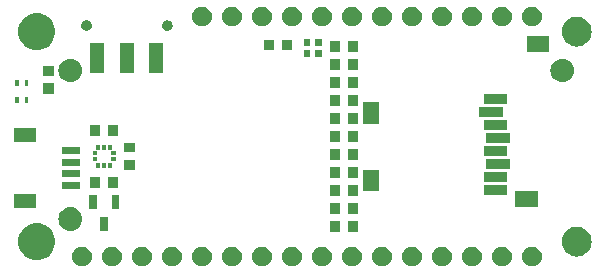
<source format=gbr>
%TF.GenerationSoftware,KiCad,Pcbnew,7.0.11*%
%TF.CreationDate,2024-03-26T20:33:29-04:00*%
%TF.ProjectId,weather-featherwing,77656174-6865-4722-9d66-656174686572,03*%
%TF.SameCoordinates,Original*%
%TF.FileFunction,Soldermask,Top*%
%TF.FilePolarity,Negative*%
%FSLAX46Y46*%
G04 Gerber Fmt 4.6, Leading zero omitted, Abs format (unit mm)*
G04 Created by KiCad (PCBNEW 7.0.11) date 2024-03-26 20:33:29*
%MOMM*%
%LPD*%
G01*
G04 APERTURE LIST*
G04 APERTURE END LIST*
G36*
X120912664Y-117301602D02*
G01*
X121075000Y-117373878D01*
X121218761Y-117478327D01*
X121337664Y-117610383D01*
X121426514Y-117764274D01*
X121481425Y-117933275D01*
X121500000Y-118110000D01*
X121481425Y-118286725D01*
X121426514Y-118455726D01*
X121337664Y-118609617D01*
X121218761Y-118741673D01*
X121075000Y-118846122D01*
X120912664Y-118918398D01*
X120738849Y-118955344D01*
X120561151Y-118955344D01*
X120387336Y-118918398D01*
X120225000Y-118846122D01*
X120081239Y-118741673D01*
X119962336Y-118609617D01*
X119873486Y-118455726D01*
X119818575Y-118286725D01*
X119800000Y-118110000D01*
X119818575Y-117933275D01*
X119873486Y-117764274D01*
X119962336Y-117610383D01*
X120081239Y-117478327D01*
X120225000Y-117373878D01*
X120387336Y-117301602D01*
X120561151Y-117264656D01*
X120738849Y-117264656D01*
X120912664Y-117301602D01*
G37*
G36*
X123452664Y-117301602D02*
G01*
X123615000Y-117373878D01*
X123758761Y-117478327D01*
X123877664Y-117610383D01*
X123966514Y-117764274D01*
X124021425Y-117933275D01*
X124040000Y-118110000D01*
X124021425Y-118286725D01*
X123966514Y-118455726D01*
X123877664Y-118609617D01*
X123758761Y-118741673D01*
X123615000Y-118846122D01*
X123452664Y-118918398D01*
X123278849Y-118955344D01*
X123101151Y-118955344D01*
X122927336Y-118918398D01*
X122765000Y-118846122D01*
X122621239Y-118741673D01*
X122502336Y-118609617D01*
X122413486Y-118455726D01*
X122358575Y-118286725D01*
X122340000Y-118110000D01*
X122358575Y-117933275D01*
X122413486Y-117764274D01*
X122502336Y-117610383D01*
X122621239Y-117478327D01*
X122765000Y-117373878D01*
X122927336Y-117301602D01*
X123101151Y-117264656D01*
X123278849Y-117264656D01*
X123452664Y-117301602D01*
G37*
G36*
X125992664Y-117301602D02*
G01*
X126155000Y-117373878D01*
X126298761Y-117478327D01*
X126417664Y-117610383D01*
X126506514Y-117764274D01*
X126561425Y-117933275D01*
X126580000Y-118110000D01*
X126561425Y-118286725D01*
X126506514Y-118455726D01*
X126417664Y-118609617D01*
X126298761Y-118741673D01*
X126155000Y-118846122D01*
X125992664Y-118918398D01*
X125818849Y-118955344D01*
X125641151Y-118955344D01*
X125467336Y-118918398D01*
X125305000Y-118846122D01*
X125161239Y-118741673D01*
X125042336Y-118609617D01*
X124953486Y-118455726D01*
X124898575Y-118286725D01*
X124880000Y-118110000D01*
X124898575Y-117933275D01*
X124953486Y-117764274D01*
X125042336Y-117610383D01*
X125161239Y-117478327D01*
X125305000Y-117373878D01*
X125467336Y-117301602D01*
X125641151Y-117264656D01*
X125818849Y-117264656D01*
X125992664Y-117301602D01*
G37*
G36*
X128532664Y-117301602D02*
G01*
X128695000Y-117373878D01*
X128838761Y-117478327D01*
X128957664Y-117610383D01*
X129046514Y-117764274D01*
X129101425Y-117933275D01*
X129120000Y-118110000D01*
X129101425Y-118286725D01*
X129046514Y-118455726D01*
X128957664Y-118609617D01*
X128838761Y-118741673D01*
X128695000Y-118846122D01*
X128532664Y-118918398D01*
X128358849Y-118955344D01*
X128181151Y-118955344D01*
X128007336Y-118918398D01*
X127845000Y-118846122D01*
X127701239Y-118741673D01*
X127582336Y-118609617D01*
X127493486Y-118455726D01*
X127438575Y-118286725D01*
X127420000Y-118110000D01*
X127438575Y-117933275D01*
X127493486Y-117764274D01*
X127582336Y-117610383D01*
X127701239Y-117478327D01*
X127845000Y-117373878D01*
X128007336Y-117301602D01*
X128181151Y-117264656D01*
X128358849Y-117264656D01*
X128532664Y-117301602D01*
G37*
G36*
X131072664Y-117301602D02*
G01*
X131235000Y-117373878D01*
X131378761Y-117478327D01*
X131497664Y-117610383D01*
X131586514Y-117764274D01*
X131641425Y-117933275D01*
X131660000Y-118110000D01*
X131641425Y-118286725D01*
X131586514Y-118455726D01*
X131497664Y-118609617D01*
X131378761Y-118741673D01*
X131235000Y-118846122D01*
X131072664Y-118918398D01*
X130898849Y-118955344D01*
X130721151Y-118955344D01*
X130547336Y-118918398D01*
X130385000Y-118846122D01*
X130241239Y-118741673D01*
X130122336Y-118609617D01*
X130033486Y-118455726D01*
X129978575Y-118286725D01*
X129960000Y-118110000D01*
X129978575Y-117933275D01*
X130033486Y-117764274D01*
X130122336Y-117610383D01*
X130241239Y-117478327D01*
X130385000Y-117373878D01*
X130547336Y-117301602D01*
X130721151Y-117264656D01*
X130898849Y-117264656D01*
X131072664Y-117301602D01*
G37*
G36*
X133612664Y-117301602D02*
G01*
X133775000Y-117373878D01*
X133918761Y-117478327D01*
X134037664Y-117610383D01*
X134126514Y-117764274D01*
X134181425Y-117933275D01*
X134200000Y-118110000D01*
X134181425Y-118286725D01*
X134126514Y-118455726D01*
X134037664Y-118609617D01*
X133918761Y-118741673D01*
X133775000Y-118846122D01*
X133612664Y-118918398D01*
X133438849Y-118955344D01*
X133261151Y-118955344D01*
X133087336Y-118918398D01*
X132925000Y-118846122D01*
X132781239Y-118741673D01*
X132662336Y-118609617D01*
X132573486Y-118455726D01*
X132518575Y-118286725D01*
X132500000Y-118110000D01*
X132518575Y-117933275D01*
X132573486Y-117764274D01*
X132662336Y-117610383D01*
X132781239Y-117478327D01*
X132925000Y-117373878D01*
X133087336Y-117301602D01*
X133261151Y-117264656D01*
X133438849Y-117264656D01*
X133612664Y-117301602D01*
G37*
G36*
X136152664Y-117301602D02*
G01*
X136315000Y-117373878D01*
X136458761Y-117478327D01*
X136577664Y-117610383D01*
X136666514Y-117764274D01*
X136721425Y-117933275D01*
X136740000Y-118110000D01*
X136721425Y-118286725D01*
X136666514Y-118455726D01*
X136577664Y-118609617D01*
X136458761Y-118741673D01*
X136315000Y-118846122D01*
X136152664Y-118918398D01*
X135978849Y-118955344D01*
X135801151Y-118955344D01*
X135627336Y-118918398D01*
X135465000Y-118846122D01*
X135321239Y-118741673D01*
X135202336Y-118609617D01*
X135113486Y-118455726D01*
X135058575Y-118286725D01*
X135040000Y-118110000D01*
X135058575Y-117933275D01*
X135113486Y-117764274D01*
X135202336Y-117610383D01*
X135321239Y-117478327D01*
X135465000Y-117373878D01*
X135627336Y-117301602D01*
X135801151Y-117264656D01*
X135978849Y-117264656D01*
X136152664Y-117301602D01*
G37*
G36*
X138692664Y-117301602D02*
G01*
X138855000Y-117373878D01*
X138998761Y-117478327D01*
X139117664Y-117610383D01*
X139206514Y-117764274D01*
X139261425Y-117933275D01*
X139280000Y-118110000D01*
X139261425Y-118286725D01*
X139206514Y-118455726D01*
X139117664Y-118609617D01*
X138998761Y-118741673D01*
X138855000Y-118846122D01*
X138692664Y-118918398D01*
X138518849Y-118955344D01*
X138341151Y-118955344D01*
X138167336Y-118918398D01*
X138005000Y-118846122D01*
X137861239Y-118741673D01*
X137742336Y-118609617D01*
X137653486Y-118455726D01*
X137598575Y-118286725D01*
X137580000Y-118110000D01*
X137598575Y-117933275D01*
X137653486Y-117764274D01*
X137742336Y-117610383D01*
X137861239Y-117478327D01*
X138005000Y-117373878D01*
X138167336Y-117301602D01*
X138341151Y-117264656D01*
X138518849Y-117264656D01*
X138692664Y-117301602D01*
G37*
G36*
X141232664Y-117301602D02*
G01*
X141395000Y-117373878D01*
X141538761Y-117478327D01*
X141657664Y-117610383D01*
X141746514Y-117764274D01*
X141801425Y-117933275D01*
X141820000Y-118110000D01*
X141801425Y-118286725D01*
X141746514Y-118455726D01*
X141657664Y-118609617D01*
X141538761Y-118741673D01*
X141395000Y-118846122D01*
X141232664Y-118918398D01*
X141058849Y-118955344D01*
X140881151Y-118955344D01*
X140707336Y-118918398D01*
X140545000Y-118846122D01*
X140401239Y-118741673D01*
X140282336Y-118609617D01*
X140193486Y-118455726D01*
X140138575Y-118286725D01*
X140120000Y-118110000D01*
X140138575Y-117933275D01*
X140193486Y-117764274D01*
X140282336Y-117610383D01*
X140401239Y-117478327D01*
X140545000Y-117373878D01*
X140707336Y-117301602D01*
X140881151Y-117264656D01*
X141058849Y-117264656D01*
X141232664Y-117301602D01*
G37*
G36*
X143772664Y-117301602D02*
G01*
X143935000Y-117373878D01*
X144078761Y-117478327D01*
X144197664Y-117610383D01*
X144286514Y-117764274D01*
X144341425Y-117933275D01*
X144360000Y-118110000D01*
X144341425Y-118286725D01*
X144286514Y-118455726D01*
X144197664Y-118609617D01*
X144078761Y-118741673D01*
X143935000Y-118846122D01*
X143772664Y-118918398D01*
X143598849Y-118955344D01*
X143421151Y-118955344D01*
X143247336Y-118918398D01*
X143085000Y-118846122D01*
X142941239Y-118741673D01*
X142822336Y-118609617D01*
X142733486Y-118455726D01*
X142678575Y-118286725D01*
X142660000Y-118110000D01*
X142678575Y-117933275D01*
X142733486Y-117764274D01*
X142822336Y-117610383D01*
X142941239Y-117478327D01*
X143085000Y-117373878D01*
X143247336Y-117301602D01*
X143421151Y-117264656D01*
X143598849Y-117264656D01*
X143772664Y-117301602D01*
G37*
G36*
X146312664Y-117301602D02*
G01*
X146475000Y-117373878D01*
X146618761Y-117478327D01*
X146737664Y-117610383D01*
X146826514Y-117764274D01*
X146881425Y-117933275D01*
X146900000Y-118110000D01*
X146881425Y-118286725D01*
X146826514Y-118455726D01*
X146737664Y-118609617D01*
X146618761Y-118741673D01*
X146475000Y-118846122D01*
X146312664Y-118918398D01*
X146138849Y-118955344D01*
X145961151Y-118955344D01*
X145787336Y-118918398D01*
X145625000Y-118846122D01*
X145481239Y-118741673D01*
X145362336Y-118609617D01*
X145273486Y-118455726D01*
X145218575Y-118286725D01*
X145200000Y-118110000D01*
X145218575Y-117933275D01*
X145273486Y-117764274D01*
X145362336Y-117610383D01*
X145481239Y-117478327D01*
X145625000Y-117373878D01*
X145787336Y-117301602D01*
X145961151Y-117264656D01*
X146138849Y-117264656D01*
X146312664Y-117301602D01*
G37*
G36*
X148852664Y-117301602D02*
G01*
X149015000Y-117373878D01*
X149158761Y-117478327D01*
X149277664Y-117610383D01*
X149366514Y-117764274D01*
X149421425Y-117933275D01*
X149440000Y-118110000D01*
X149421425Y-118286725D01*
X149366514Y-118455726D01*
X149277664Y-118609617D01*
X149158761Y-118741673D01*
X149015000Y-118846122D01*
X148852664Y-118918398D01*
X148678849Y-118955344D01*
X148501151Y-118955344D01*
X148327336Y-118918398D01*
X148165000Y-118846122D01*
X148021239Y-118741673D01*
X147902336Y-118609617D01*
X147813486Y-118455726D01*
X147758575Y-118286725D01*
X147740000Y-118110000D01*
X147758575Y-117933275D01*
X147813486Y-117764274D01*
X147902336Y-117610383D01*
X148021239Y-117478327D01*
X148165000Y-117373878D01*
X148327336Y-117301602D01*
X148501151Y-117264656D01*
X148678849Y-117264656D01*
X148852664Y-117301602D01*
G37*
G36*
X151392664Y-117301602D02*
G01*
X151555000Y-117373878D01*
X151698761Y-117478327D01*
X151817664Y-117610383D01*
X151906514Y-117764274D01*
X151961425Y-117933275D01*
X151980000Y-118110000D01*
X151961425Y-118286725D01*
X151906514Y-118455726D01*
X151817664Y-118609617D01*
X151698761Y-118741673D01*
X151555000Y-118846122D01*
X151392664Y-118918398D01*
X151218849Y-118955344D01*
X151041151Y-118955344D01*
X150867336Y-118918398D01*
X150705000Y-118846122D01*
X150561239Y-118741673D01*
X150442336Y-118609617D01*
X150353486Y-118455726D01*
X150298575Y-118286725D01*
X150280000Y-118110000D01*
X150298575Y-117933275D01*
X150353486Y-117764274D01*
X150442336Y-117610383D01*
X150561239Y-117478327D01*
X150705000Y-117373878D01*
X150867336Y-117301602D01*
X151041151Y-117264656D01*
X151218849Y-117264656D01*
X151392664Y-117301602D01*
G37*
G36*
X153932664Y-117301602D02*
G01*
X154095000Y-117373878D01*
X154238761Y-117478327D01*
X154357664Y-117610383D01*
X154446514Y-117764274D01*
X154501425Y-117933275D01*
X154520000Y-118110000D01*
X154501425Y-118286725D01*
X154446514Y-118455726D01*
X154357664Y-118609617D01*
X154238761Y-118741673D01*
X154095000Y-118846122D01*
X153932664Y-118918398D01*
X153758849Y-118955344D01*
X153581151Y-118955344D01*
X153407336Y-118918398D01*
X153245000Y-118846122D01*
X153101239Y-118741673D01*
X152982336Y-118609617D01*
X152893486Y-118455726D01*
X152838575Y-118286725D01*
X152820000Y-118110000D01*
X152838575Y-117933275D01*
X152893486Y-117764274D01*
X152982336Y-117610383D01*
X153101239Y-117478327D01*
X153245000Y-117373878D01*
X153407336Y-117301602D01*
X153581151Y-117264656D01*
X153758849Y-117264656D01*
X153932664Y-117301602D01*
G37*
G36*
X156472664Y-117301602D02*
G01*
X156635000Y-117373878D01*
X156778761Y-117478327D01*
X156897664Y-117610383D01*
X156986514Y-117764274D01*
X157041425Y-117933275D01*
X157060000Y-118110000D01*
X157041425Y-118286725D01*
X156986514Y-118455726D01*
X156897664Y-118609617D01*
X156778761Y-118741673D01*
X156635000Y-118846122D01*
X156472664Y-118918398D01*
X156298849Y-118955344D01*
X156121151Y-118955344D01*
X155947336Y-118918398D01*
X155785000Y-118846122D01*
X155641239Y-118741673D01*
X155522336Y-118609617D01*
X155433486Y-118455726D01*
X155378575Y-118286725D01*
X155360000Y-118110000D01*
X155378575Y-117933275D01*
X155433486Y-117764274D01*
X155522336Y-117610383D01*
X155641239Y-117478327D01*
X155785000Y-117373878D01*
X155947336Y-117301602D01*
X156121151Y-117264656D01*
X156298849Y-117264656D01*
X156472664Y-117301602D01*
G37*
G36*
X159012664Y-117301602D02*
G01*
X159175000Y-117373878D01*
X159318761Y-117478327D01*
X159437664Y-117610383D01*
X159526514Y-117764274D01*
X159581425Y-117933275D01*
X159600000Y-118110000D01*
X159581425Y-118286725D01*
X159526514Y-118455726D01*
X159437664Y-118609617D01*
X159318761Y-118741673D01*
X159175000Y-118846122D01*
X159012664Y-118918398D01*
X158838849Y-118955344D01*
X158661151Y-118955344D01*
X158487336Y-118918398D01*
X158325000Y-118846122D01*
X158181239Y-118741673D01*
X158062336Y-118609617D01*
X157973486Y-118455726D01*
X157918575Y-118286725D01*
X157900000Y-118110000D01*
X157918575Y-117933275D01*
X157973486Y-117764274D01*
X158062336Y-117610383D01*
X158181239Y-117478327D01*
X158325000Y-117373878D01*
X158487336Y-117301602D01*
X158661151Y-117264656D01*
X158838849Y-117264656D01*
X159012664Y-117301602D01*
G37*
G36*
X117085602Y-115289329D02*
G01*
X117325157Y-115346841D01*
X117552765Y-115441120D01*
X117762823Y-115569843D01*
X117950158Y-115729842D01*
X118110157Y-115917177D01*
X118238880Y-116127235D01*
X118333159Y-116354843D01*
X118390671Y-116594398D01*
X118410000Y-116840000D01*
X118390671Y-117085602D01*
X118333159Y-117325157D01*
X118238880Y-117552765D01*
X118110157Y-117762823D01*
X117950158Y-117950158D01*
X117762823Y-118110157D01*
X117552765Y-118238880D01*
X117325157Y-118333159D01*
X117085602Y-118390671D01*
X116840000Y-118410000D01*
X116594398Y-118390671D01*
X116354843Y-118333159D01*
X116127235Y-118238880D01*
X115917177Y-118110157D01*
X115729842Y-117950158D01*
X115569843Y-117762823D01*
X115441120Y-117552765D01*
X115346841Y-117325157D01*
X115289329Y-117085602D01*
X115270000Y-116840000D01*
X115289329Y-116594398D01*
X115346841Y-116354843D01*
X115441120Y-116127235D01*
X115569843Y-115917177D01*
X115729842Y-115729842D01*
X115917177Y-115569843D01*
X116127235Y-115441120D01*
X116354843Y-115346841D01*
X116594398Y-115289329D01*
X116840000Y-115270000D01*
X117085602Y-115289329D01*
G37*
G36*
X162780533Y-115589294D02*
G01*
X162994366Y-115646590D01*
X163195000Y-115740148D01*
X163376340Y-115867124D01*
X163532876Y-116023660D01*
X163659852Y-116205000D01*
X163753410Y-116405634D01*
X163810706Y-116619467D01*
X163830000Y-116840000D01*
X163810706Y-117060533D01*
X163753410Y-117274366D01*
X163659852Y-117475000D01*
X163532876Y-117656340D01*
X163376340Y-117812876D01*
X163195000Y-117939852D01*
X162994366Y-118033410D01*
X162780533Y-118090706D01*
X162560000Y-118110000D01*
X162339467Y-118090706D01*
X162125634Y-118033410D01*
X161925000Y-117939852D01*
X161743660Y-117812876D01*
X161587124Y-117656340D01*
X161460148Y-117475000D01*
X161366590Y-117274366D01*
X161309294Y-117060533D01*
X161290000Y-116840000D01*
X161309294Y-116619467D01*
X161366590Y-116405634D01*
X161460148Y-116205000D01*
X161587124Y-116023660D01*
X161743660Y-115867124D01*
X161925000Y-115740148D01*
X162125634Y-115646590D01*
X162339467Y-115589294D01*
X162560000Y-115570000D01*
X162780533Y-115589294D01*
G37*
G36*
X142560500Y-116055000D02*
G01*
X141689500Y-116055000D01*
X141689500Y-115085000D01*
X142560500Y-115085000D01*
X142560500Y-116055000D01*
G37*
G36*
X144060500Y-116055000D02*
G01*
X143189500Y-116055000D01*
X143189500Y-115085000D01*
X144060500Y-115085000D01*
X144060500Y-116055000D01*
G37*
G36*
X122877500Y-115952500D02*
G01*
X122232500Y-115952500D01*
X122232500Y-114779500D01*
X122877500Y-114779500D01*
X122877500Y-115952500D01*
G37*
G36*
X119879890Y-113954215D02*
G01*
X120067483Y-114011120D01*
X120240370Y-114103530D01*
X120391907Y-114227893D01*
X120516270Y-114379430D01*
X120608680Y-114552317D01*
X120665585Y-114739910D01*
X120684800Y-114935000D01*
X120665585Y-115130090D01*
X120608680Y-115317683D01*
X120516270Y-115490570D01*
X120391907Y-115642107D01*
X120240370Y-115766470D01*
X120067483Y-115858880D01*
X119879890Y-115915785D01*
X119684800Y-115935000D01*
X119489710Y-115915785D01*
X119302117Y-115858880D01*
X119129230Y-115766470D01*
X118977693Y-115642107D01*
X118853330Y-115490570D01*
X118760920Y-115317683D01*
X118704015Y-115130090D01*
X118684800Y-114935000D01*
X118704015Y-114739910D01*
X118760920Y-114552317D01*
X118853330Y-114379430D01*
X118977693Y-114227893D01*
X119129230Y-114103530D01*
X119302117Y-114011120D01*
X119489710Y-113954215D01*
X119684800Y-113935000D01*
X119879890Y-113954215D01*
G37*
G36*
X142560500Y-114531000D02*
G01*
X141689500Y-114531000D01*
X141689500Y-113561000D01*
X142560500Y-113561000D01*
X142560500Y-114531000D01*
G37*
G36*
X144060500Y-114531000D02*
G01*
X143189500Y-114531000D01*
X143189500Y-113561000D01*
X144060500Y-113561000D01*
X144060500Y-114531000D01*
G37*
G36*
X121927500Y-114074500D02*
G01*
X121282500Y-114074500D01*
X121282500Y-112901500D01*
X121927500Y-112901500D01*
X121927500Y-114074500D01*
G37*
G36*
X123827500Y-114074500D02*
G01*
X123182500Y-114074500D01*
X123182500Y-112901500D01*
X123827500Y-112901500D01*
X123827500Y-114074500D01*
G37*
G36*
X116755400Y-114015600D02*
G01*
X114955400Y-114015600D01*
X114955400Y-112815600D01*
X116755400Y-112815600D01*
X116755400Y-114015600D01*
G37*
G36*
X159250000Y-113955000D02*
G01*
X157350000Y-113955000D01*
X157350000Y-112555000D01*
X159250000Y-112555000D01*
X159250000Y-113955000D01*
G37*
G36*
X142530000Y-112986500D02*
G01*
X141710000Y-112986500D01*
X141710000Y-112057500D01*
X142530000Y-112057500D01*
X142530000Y-112986500D01*
G37*
G36*
X144040000Y-112986500D02*
G01*
X143220000Y-112986500D01*
X143220000Y-112057500D01*
X144040000Y-112057500D01*
X144040000Y-112986500D01*
G37*
G36*
X156700000Y-112865000D02*
G01*
X154700000Y-112865000D01*
X154700000Y-112065000D01*
X156700000Y-112065000D01*
X156700000Y-112865000D01*
G37*
G36*
X145850000Y-112555000D02*
G01*
X144450000Y-112555000D01*
X144450000Y-110755000D01*
X145850000Y-110755000D01*
X145850000Y-112555000D01*
G37*
G36*
X120505400Y-112415600D02*
G01*
X118955400Y-112415600D01*
X118955400Y-111815600D01*
X120505400Y-111815600D01*
X120505400Y-112415600D01*
G37*
G36*
X122210000Y-112326100D02*
G01*
X121390000Y-112326100D01*
X121390000Y-111397100D01*
X122210000Y-111397100D01*
X122210000Y-112326100D01*
G37*
G36*
X123720000Y-112326100D02*
G01*
X122900000Y-112326100D01*
X122900000Y-111397100D01*
X123720000Y-111397100D01*
X123720000Y-112326100D01*
G37*
G36*
X156700000Y-111765000D02*
G01*
X154700000Y-111765000D01*
X154700000Y-110965000D01*
X156700000Y-110965000D01*
X156700000Y-111765000D01*
G37*
G36*
X142530000Y-111462500D02*
G01*
X141710000Y-111462500D01*
X141710000Y-110533500D01*
X142530000Y-110533500D01*
X142530000Y-111462500D01*
G37*
G36*
X144040000Y-111462500D02*
G01*
X143220000Y-111462500D01*
X143220000Y-110533500D01*
X144040000Y-110533500D01*
X144040000Y-111462500D01*
G37*
G36*
X120505400Y-111415600D02*
G01*
X118955400Y-111415600D01*
X118955400Y-110815600D01*
X120505400Y-110815600D01*
X120505400Y-111415600D01*
G37*
G36*
X125178500Y-110791400D02*
G01*
X124249500Y-110791400D01*
X124249500Y-109971400D01*
X125178500Y-109971400D01*
X125178500Y-110791400D01*
G37*
G36*
X156900000Y-110665000D02*
G01*
X154900000Y-110665000D01*
X154900000Y-109865000D01*
X156900000Y-109865000D01*
X156900000Y-110665000D01*
G37*
G36*
X122230000Y-110590900D02*
G01*
X121880000Y-110590900D01*
X121880000Y-110193900D01*
X122230000Y-110193900D01*
X122230000Y-110590900D01*
G37*
G36*
X122730000Y-110590900D02*
G01*
X122380000Y-110590900D01*
X122380000Y-110193900D01*
X122730000Y-110193900D01*
X122730000Y-110590900D01*
G37*
G36*
X123230000Y-110590900D02*
G01*
X122880000Y-110590900D01*
X122880000Y-110193900D01*
X123230000Y-110193900D01*
X123230000Y-110590900D01*
G37*
G36*
X120505400Y-110415600D02*
G01*
X118955400Y-110415600D01*
X118955400Y-109815600D01*
X120505400Y-109815600D01*
X120505400Y-110415600D01*
G37*
G36*
X121987500Y-110051400D02*
G01*
X121590500Y-110051400D01*
X121590500Y-109701400D01*
X121987500Y-109701400D01*
X121987500Y-110051400D01*
G37*
G36*
X123519500Y-110051400D02*
G01*
X123122500Y-110051400D01*
X123122500Y-109701400D01*
X123519500Y-109701400D01*
X123519500Y-110051400D01*
G37*
G36*
X142530000Y-109938500D02*
G01*
X141710000Y-109938500D01*
X141710000Y-109009500D01*
X142530000Y-109009500D01*
X142530000Y-109938500D01*
G37*
G36*
X144040000Y-109938500D02*
G01*
X143220000Y-109938500D01*
X143220000Y-109009500D01*
X144040000Y-109009500D01*
X144040000Y-109938500D01*
G37*
G36*
X156700000Y-109565000D02*
G01*
X154700000Y-109565000D01*
X154700000Y-108765000D01*
X156700000Y-108765000D01*
X156700000Y-109565000D01*
G37*
G36*
X121987500Y-109551400D02*
G01*
X121590500Y-109551400D01*
X121590500Y-109201400D01*
X121987500Y-109201400D01*
X121987500Y-109551400D01*
G37*
G36*
X123519500Y-109551400D02*
G01*
X123122500Y-109551400D01*
X123122500Y-109201400D01*
X123519500Y-109201400D01*
X123519500Y-109551400D01*
G37*
G36*
X120505400Y-109415600D02*
G01*
X118955400Y-109415600D01*
X118955400Y-108815600D01*
X120505400Y-108815600D01*
X120505400Y-109415600D01*
G37*
G36*
X125178500Y-109281400D02*
G01*
X124249500Y-109281400D01*
X124249500Y-108461400D01*
X125178500Y-108461400D01*
X125178500Y-109281400D01*
G37*
G36*
X122230000Y-109058900D02*
G01*
X121880000Y-109058900D01*
X121880000Y-108661900D01*
X122230000Y-108661900D01*
X122230000Y-109058900D01*
G37*
G36*
X122730000Y-109058900D02*
G01*
X122380000Y-109058900D01*
X122380000Y-108661900D01*
X122730000Y-108661900D01*
X122730000Y-109058900D01*
G37*
G36*
X123230000Y-109058900D02*
G01*
X122880000Y-109058900D01*
X122880000Y-108661900D01*
X123230000Y-108661900D01*
X123230000Y-109058900D01*
G37*
G36*
X156900000Y-108465000D02*
G01*
X154900000Y-108465000D01*
X154900000Y-107665000D01*
X156900000Y-107665000D01*
X156900000Y-108465000D01*
G37*
G36*
X116755400Y-108415600D02*
G01*
X114955400Y-108415600D01*
X114955400Y-107215600D01*
X116755400Y-107215600D01*
X116755400Y-108415600D01*
G37*
G36*
X142530000Y-108414500D02*
G01*
X141710000Y-108414500D01*
X141710000Y-107485500D01*
X142530000Y-107485500D01*
X142530000Y-108414500D01*
G37*
G36*
X144040000Y-108414500D02*
G01*
X143220000Y-108414500D01*
X143220000Y-107485500D01*
X144040000Y-107485500D01*
X144040000Y-108414500D01*
G37*
G36*
X122240500Y-107927000D02*
G01*
X121369500Y-107927000D01*
X121369500Y-106957000D01*
X122240500Y-106957000D01*
X122240500Y-107927000D01*
G37*
G36*
X123740500Y-107927000D02*
G01*
X122869500Y-107927000D01*
X122869500Y-106957000D01*
X123740500Y-106957000D01*
X123740500Y-107927000D01*
G37*
G36*
X156700000Y-107365000D02*
G01*
X154700000Y-107365000D01*
X154700000Y-106565000D01*
X156700000Y-106565000D01*
X156700000Y-107365000D01*
G37*
G36*
X142530000Y-106890500D02*
G01*
X141710000Y-106890500D01*
X141710000Y-105961500D01*
X142530000Y-105961500D01*
X142530000Y-106890500D01*
G37*
G36*
X144040000Y-106890500D02*
G01*
X143220000Y-106890500D01*
X143220000Y-105961500D01*
X144040000Y-105961500D01*
X144040000Y-106890500D01*
G37*
G36*
X145850000Y-106855000D02*
G01*
X144450000Y-106855000D01*
X144450000Y-105055000D01*
X145850000Y-105055000D01*
X145850000Y-106855000D01*
G37*
G36*
X156300000Y-106265000D02*
G01*
X154300000Y-106265000D01*
X154300000Y-105465000D01*
X156300000Y-105465000D01*
X156300000Y-106265000D01*
G37*
G36*
X142530000Y-105366500D02*
G01*
X141710000Y-105366500D01*
X141710000Y-104437500D01*
X142530000Y-104437500D01*
X142530000Y-105366500D01*
G37*
G36*
X144040000Y-105366500D02*
G01*
X143220000Y-105366500D01*
X143220000Y-104437500D01*
X144040000Y-104437500D01*
X144040000Y-105366500D01*
G37*
G36*
X156700000Y-105165000D02*
G01*
X154700000Y-105165000D01*
X154700000Y-104365000D01*
X156700000Y-104365000D01*
X156700000Y-105165000D01*
G37*
G36*
X115320000Y-105090000D02*
G01*
X115020000Y-105090000D01*
X115020000Y-104590000D01*
X115320000Y-104590000D01*
X115320000Y-105090000D01*
G37*
G36*
X116120000Y-105090000D02*
G01*
X115820000Y-105090000D01*
X115820000Y-104590000D01*
X116120000Y-104590000D01*
X116120000Y-105090000D01*
G37*
G36*
X118341000Y-104309500D02*
G01*
X117371000Y-104309500D01*
X117371000Y-103438500D01*
X118341000Y-103438500D01*
X118341000Y-104309500D01*
G37*
G36*
X142530000Y-103842500D02*
G01*
X141710000Y-103842500D01*
X141710000Y-102913500D01*
X142530000Y-102913500D01*
X142530000Y-103842500D01*
G37*
G36*
X144040000Y-103842500D02*
G01*
X143220000Y-103842500D01*
X143220000Y-102913500D01*
X144040000Y-102913500D01*
X144040000Y-103842500D01*
G37*
G36*
X115320000Y-103690000D02*
G01*
X115020000Y-103690000D01*
X115020000Y-103190000D01*
X115320000Y-103190000D01*
X115320000Y-103690000D01*
G37*
G36*
X116120000Y-103690000D02*
G01*
X115820000Y-103690000D01*
X115820000Y-103190000D01*
X116120000Y-103190000D01*
X116120000Y-103690000D01*
G37*
G36*
X119879890Y-101381215D02*
G01*
X120067483Y-101438120D01*
X120240370Y-101530530D01*
X120391907Y-101654893D01*
X120516270Y-101806430D01*
X120608680Y-101979317D01*
X120665585Y-102166910D01*
X120684800Y-102362000D01*
X120665585Y-102557090D01*
X120608680Y-102744683D01*
X120516270Y-102917570D01*
X120391907Y-103069107D01*
X120240370Y-103193470D01*
X120067483Y-103285880D01*
X119879890Y-103342785D01*
X119684800Y-103362000D01*
X119489710Y-103342785D01*
X119302117Y-103285880D01*
X119129230Y-103193470D01*
X118977693Y-103069107D01*
X118853330Y-102917570D01*
X118760920Y-102744683D01*
X118704015Y-102557090D01*
X118684800Y-102362000D01*
X118704015Y-102166910D01*
X118760920Y-101979317D01*
X118853330Y-101806430D01*
X118977693Y-101654893D01*
X119129230Y-101530530D01*
X119302117Y-101438120D01*
X119489710Y-101381215D01*
X119684800Y-101362000D01*
X119879890Y-101381215D01*
G37*
G36*
X161535890Y-101381215D02*
G01*
X161723483Y-101438120D01*
X161896370Y-101530530D01*
X162047907Y-101654893D01*
X162172270Y-101806430D01*
X162264680Y-101979317D01*
X162321585Y-102166910D01*
X162340800Y-102362000D01*
X162321585Y-102557090D01*
X162264680Y-102744683D01*
X162172270Y-102917570D01*
X162047907Y-103069107D01*
X161896370Y-103193470D01*
X161723483Y-103285880D01*
X161535890Y-103342785D01*
X161340800Y-103362000D01*
X161145710Y-103342785D01*
X160958117Y-103285880D01*
X160785230Y-103193470D01*
X160633693Y-103069107D01*
X160509330Y-102917570D01*
X160416920Y-102744683D01*
X160360015Y-102557090D01*
X160340800Y-102362000D01*
X160360015Y-102166910D01*
X160416920Y-101979317D01*
X160509330Y-101806430D01*
X160633693Y-101654893D01*
X160785230Y-101530530D01*
X160958117Y-101438120D01*
X161145710Y-101381215D01*
X161340800Y-101362000D01*
X161535890Y-101381215D01*
G37*
G36*
X118341000Y-102809500D02*
G01*
X117371000Y-102809500D01*
X117371000Y-101938500D01*
X118341000Y-101938500D01*
X118341000Y-102809500D01*
G37*
G36*
X122560000Y-102552000D02*
G01*
X121360000Y-102552000D01*
X121360000Y-100052000D01*
X122560000Y-100052000D01*
X122560000Y-102552000D01*
G37*
G36*
X125060000Y-102552000D02*
G01*
X123860000Y-102552000D01*
X123860000Y-100052000D01*
X125060000Y-100052000D01*
X125060000Y-102552000D01*
G37*
G36*
X127560000Y-102552000D02*
G01*
X126360000Y-102552000D01*
X126360000Y-100052000D01*
X127560000Y-100052000D01*
X127560000Y-102552000D01*
G37*
G36*
X142530000Y-102318500D02*
G01*
X141710000Y-102318500D01*
X141710000Y-101389500D01*
X142530000Y-101389500D01*
X142530000Y-102318500D01*
G37*
G36*
X144040000Y-102318500D02*
G01*
X143220000Y-102318500D01*
X143220000Y-101389500D01*
X144040000Y-101389500D01*
X144040000Y-102318500D01*
G37*
G36*
X140008000Y-101207000D02*
G01*
X139458000Y-101207000D01*
X139458000Y-100657000D01*
X140008000Y-100657000D01*
X140008000Y-101207000D01*
G37*
G36*
X140958000Y-101207000D02*
G01*
X140408000Y-101207000D01*
X140408000Y-100657000D01*
X140958000Y-100657000D01*
X140958000Y-101207000D01*
G37*
G36*
X160250000Y-100805000D02*
G01*
X158350000Y-100805000D01*
X158350000Y-99405000D01*
X160250000Y-99405000D01*
X160250000Y-100805000D01*
G37*
G36*
X142530000Y-100794500D02*
G01*
X141710000Y-100794500D01*
X141710000Y-99865500D01*
X142530000Y-99865500D01*
X142530000Y-100794500D01*
G37*
G36*
X144040000Y-100794500D02*
G01*
X143220000Y-100794500D01*
X143220000Y-99865500D01*
X144040000Y-99865500D01*
X144040000Y-100794500D01*
G37*
G36*
X136942000Y-100667500D02*
G01*
X136122000Y-100667500D01*
X136122000Y-99738500D01*
X136942000Y-99738500D01*
X136942000Y-100667500D01*
G37*
G36*
X138452000Y-100667500D02*
G01*
X137632000Y-100667500D01*
X137632000Y-99738500D01*
X138452000Y-99738500D01*
X138452000Y-100667500D01*
G37*
G36*
X117085602Y-97509329D02*
G01*
X117325157Y-97566841D01*
X117552765Y-97661120D01*
X117762823Y-97789843D01*
X117950158Y-97949842D01*
X118110157Y-98137177D01*
X118238880Y-98347235D01*
X118333159Y-98574843D01*
X118390671Y-98814398D01*
X118410000Y-99060000D01*
X118390671Y-99305602D01*
X118333159Y-99545157D01*
X118238880Y-99772765D01*
X118110157Y-99982823D01*
X117950158Y-100170158D01*
X117762823Y-100330157D01*
X117552765Y-100458880D01*
X117325157Y-100553159D01*
X117085602Y-100610671D01*
X116840000Y-100630000D01*
X116594398Y-100610671D01*
X116354843Y-100553159D01*
X116127235Y-100458880D01*
X115917177Y-100330157D01*
X115729842Y-100170158D01*
X115569843Y-99982823D01*
X115441120Y-99772765D01*
X115346841Y-99545157D01*
X115289329Y-99305602D01*
X115270000Y-99060000D01*
X115289329Y-98814398D01*
X115346841Y-98574843D01*
X115441120Y-98347235D01*
X115569843Y-98137177D01*
X115729842Y-97949842D01*
X115917177Y-97789843D01*
X116127235Y-97661120D01*
X116354843Y-97566841D01*
X116594398Y-97509329D01*
X116840000Y-97490000D01*
X117085602Y-97509329D01*
G37*
G36*
X162780533Y-97809294D02*
G01*
X162994366Y-97866590D01*
X163195000Y-97960148D01*
X163376340Y-98087124D01*
X163532876Y-98243660D01*
X163659852Y-98425000D01*
X163753410Y-98625634D01*
X163810706Y-98839467D01*
X163830000Y-99060000D01*
X163810706Y-99280533D01*
X163753410Y-99494366D01*
X163659852Y-99695000D01*
X163532876Y-99876340D01*
X163376340Y-100032876D01*
X163195000Y-100159852D01*
X162994366Y-100253410D01*
X162780533Y-100310706D01*
X162560000Y-100330000D01*
X162339467Y-100310706D01*
X162125634Y-100253410D01*
X161925000Y-100159852D01*
X161743660Y-100032876D01*
X161587124Y-99876340D01*
X161460148Y-99695000D01*
X161366590Y-99494366D01*
X161309294Y-99280533D01*
X161290000Y-99060000D01*
X161309294Y-98839467D01*
X161366590Y-98625634D01*
X161460148Y-98425000D01*
X161587124Y-98243660D01*
X161743660Y-98087124D01*
X161925000Y-97960148D01*
X162125634Y-97866590D01*
X162339467Y-97809294D01*
X162560000Y-97790000D01*
X162780533Y-97809294D01*
G37*
G36*
X140008000Y-100257000D02*
G01*
X139458000Y-100257000D01*
X139458000Y-99707000D01*
X140008000Y-99707000D01*
X140008000Y-100257000D01*
G37*
G36*
X140958000Y-100257000D02*
G01*
X140408000Y-100257000D01*
X140408000Y-99707000D01*
X140958000Y-99707000D01*
X140958000Y-100257000D01*
G37*
G36*
X121246937Y-98142666D02*
G01*
X121354687Y-98211913D01*
X121438564Y-98308712D01*
X121491772Y-98425220D01*
X121510000Y-98552000D01*
X121491772Y-98678780D01*
X121438564Y-98795288D01*
X121354687Y-98892087D01*
X121246937Y-98961334D01*
X121124042Y-98997420D01*
X120995958Y-98997420D01*
X120873063Y-98961334D01*
X120765313Y-98892087D01*
X120681436Y-98795288D01*
X120628228Y-98678780D01*
X120610000Y-98552000D01*
X120628228Y-98425220D01*
X120681436Y-98308712D01*
X120765313Y-98211913D01*
X120873063Y-98142666D01*
X120995958Y-98106580D01*
X121124042Y-98106580D01*
X121246937Y-98142666D01*
G37*
G36*
X128076937Y-98142666D02*
G01*
X128184687Y-98211913D01*
X128268564Y-98308712D01*
X128321772Y-98425220D01*
X128340000Y-98552000D01*
X128321772Y-98678780D01*
X128268564Y-98795288D01*
X128184687Y-98892087D01*
X128076937Y-98961334D01*
X127954042Y-98997420D01*
X127825958Y-98997420D01*
X127703063Y-98961334D01*
X127595313Y-98892087D01*
X127511436Y-98795288D01*
X127458228Y-98678780D01*
X127440000Y-98552000D01*
X127458228Y-98425220D01*
X127511436Y-98308712D01*
X127595313Y-98211913D01*
X127703063Y-98142666D01*
X127825958Y-98106580D01*
X127954042Y-98106580D01*
X128076937Y-98142666D01*
G37*
G36*
X131072664Y-96981602D02*
G01*
X131235000Y-97053878D01*
X131378761Y-97158327D01*
X131497664Y-97290383D01*
X131586514Y-97444274D01*
X131641425Y-97613275D01*
X131660000Y-97790000D01*
X131641425Y-97966725D01*
X131586514Y-98135726D01*
X131497664Y-98289617D01*
X131378761Y-98421673D01*
X131235000Y-98526122D01*
X131072664Y-98598398D01*
X130898849Y-98635344D01*
X130721151Y-98635344D01*
X130547336Y-98598398D01*
X130385000Y-98526122D01*
X130241239Y-98421673D01*
X130122336Y-98289617D01*
X130033486Y-98135726D01*
X129978575Y-97966725D01*
X129960000Y-97790000D01*
X129978575Y-97613275D01*
X130033486Y-97444274D01*
X130122336Y-97290383D01*
X130241239Y-97158327D01*
X130385000Y-97053878D01*
X130547336Y-96981602D01*
X130721151Y-96944656D01*
X130898849Y-96944656D01*
X131072664Y-96981602D01*
G37*
G36*
X133612664Y-96981602D02*
G01*
X133775000Y-97053878D01*
X133918761Y-97158327D01*
X134037664Y-97290383D01*
X134126514Y-97444274D01*
X134181425Y-97613275D01*
X134200000Y-97790000D01*
X134181425Y-97966725D01*
X134126514Y-98135726D01*
X134037664Y-98289617D01*
X133918761Y-98421673D01*
X133775000Y-98526122D01*
X133612664Y-98598398D01*
X133438849Y-98635344D01*
X133261151Y-98635344D01*
X133087336Y-98598398D01*
X132925000Y-98526122D01*
X132781239Y-98421673D01*
X132662336Y-98289617D01*
X132573486Y-98135726D01*
X132518575Y-97966725D01*
X132500000Y-97790000D01*
X132518575Y-97613275D01*
X132573486Y-97444274D01*
X132662336Y-97290383D01*
X132781239Y-97158327D01*
X132925000Y-97053878D01*
X133087336Y-96981602D01*
X133261151Y-96944656D01*
X133438849Y-96944656D01*
X133612664Y-96981602D01*
G37*
G36*
X136152664Y-96981602D02*
G01*
X136315000Y-97053878D01*
X136458761Y-97158327D01*
X136577664Y-97290383D01*
X136666514Y-97444274D01*
X136721425Y-97613275D01*
X136740000Y-97790000D01*
X136721425Y-97966725D01*
X136666514Y-98135726D01*
X136577664Y-98289617D01*
X136458761Y-98421673D01*
X136315000Y-98526122D01*
X136152664Y-98598398D01*
X135978849Y-98635344D01*
X135801151Y-98635344D01*
X135627336Y-98598398D01*
X135465000Y-98526122D01*
X135321239Y-98421673D01*
X135202336Y-98289617D01*
X135113486Y-98135726D01*
X135058575Y-97966725D01*
X135040000Y-97790000D01*
X135058575Y-97613275D01*
X135113486Y-97444274D01*
X135202336Y-97290383D01*
X135321239Y-97158327D01*
X135465000Y-97053878D01*
X135627336Y-96981602D01*
X135801151Y-96944656D01*
X135978849Y-96944656D01*
X136152664Y-96981602D01*
G37*
G36*
X138692664Y-96981602D02*
G01*
X138855000Y-97053878D01*
X138998761Y-97158327D01*
X139117664Y-97290383D01*
X139206514Y-97444274D01*
X139261425Y-97613275D01*
X139280000Y-97790000D01*
X139261425Y-97966725D01*
X139206514Y-98135726D01*
X139117664Y-98289617D01*
X138998761Y-98421673D01*
X138855000Y-98526122D01*
X138692664Y-98598398D01*
X138518849Y-98635344D01*
X138341151Y-98635344D01*
X138167336Y-98598398D01*
X138005000Y-98526122D01*
X137861239Y-98421673D01*
X137742336Y-98289617D01*
X137653486Y-98135726D01*
X137598575Y-97966725D01*
X137580000Y-97790000D01*
X137598575Y-97613275D01*
X137653486Y-97444274D01*
X137742336Y-97290383D01*
X137861239Y-97158327D01*
X138005000Y-97053878D01*
X138167336Y-96981602D01*
X138341151Y-96944656D01*
X138518849Y-96944656D01*
X138692664Y-96981602D01*
G37*
G36*
X141232664Y-96981602D02*
G01*
X141395000Y-97053878D01*
X141538761Y-97158327D01*
X141657664Y-97290383D01*
X141746514Y-97444274D01*
X141801425Y-97613275D01*
X141820000Y-97790000D01*
X141801425Y-97966725D01*
X141746514Y-98135726D01*
X141657664Y-98289617D01*
X141538761Y-98421673D01*
X141395000Y-98526122D01*
X141232664Y-98598398D01*
X141058849Y-98635344D01*
X140881151Y-98635344D01*
X140707336Y-98598398D01*
X140545000Y-98526122D01*
X140401239Y-98421673D01*
X140282336Y-98289617D01*
X140193486Y-98135726D01*
X140138575Y-97966725D01*
X140120000Y-97790000D01*
X140138575Y-97613275D01*
X140193486Y-97444274D01*
X140282336Y-97290383D01*
X140401239Y-97158327D01*
X140545000Y-97053878D01*
X140707336Y-96981602D01*
X140881151Y-96944656D01*
X141058849Y-96944656D01*
X141232664Y-96981602D01*
G37*
G36*
X143772664Y-96981602D02*
G01*
X143935000Y-97053878D01*
X144078761Y-97158327D01*
X144197664Y-97290383D01*
X144286514Y-97444274D01*
X144341425Y-97613275D01*
X144360000Y-97790000D01*
X144341425Y-97966725D01*
X144286514Y-98135726D01*
X144197664Y-98289617D01*
X144078761Y-98421673D01*
X143935000Y-98526122D01*
X143772664Y-98598398D01*
X143598849Y-98635344D01*
X143421151Y-98635344D01*
X143247336Y-98598398D01*
X143085000Y-98526122D01*
X142941239Y-98421673D01*
X142822336Y-98289617D01*
X142733486Y-98135726D01*
X142678575Y-97966725D01*
X142660000Y-97790000D01*
X142678575Y-97613275D01*
X142733486Y-97444274D01*
X142822336Y-97290383D01*
X142941239Y-97158327D01*
X143085000Y-97053878D01*
X143247336Y-96981602D01*
X143421151Y-96944656D01*
X143598849Y-96944656D01*
X143772664Y-96981602D01*
G37*
G36*
X146312664Y-96981602D02*
G01*
X146475000Y-97053878D01*
X146618761Y-97158327D01*
X146737664Y-97290383D01*
X146826514Y-97444274D01*
X146881425Y-97613275D01*
X146900000Y-97790000D01*
X146881425Y-97966725D01*
X146826514Y-98135726D01*
X146737664Y-98289617D01*
X146618761Y-98421673D01*
X146475000Y-98526122D01*
X146312664Y-98598398D01*
X146138849Y-98635344D01*
X145961151Y-98635344D01*
X145787336Y-98598398D01*
X145625000Y-98526122D01*
X145481239Y-98421673D01*
X145362336Y-98289617D01*
X145273486Y-98135726D01*
X145218575Y-97966725D01*
X145200000Y-97790000D01*
X145218575Y-97613275D01*
X145273486Y-97444274D01*
X145362336Y-97290383D01*
X145481239Y-97158327D01*
X145625000Y-97053878D01*
X145787336Y-96981602D01*
X145961151Y-96944656D01*
X146138849Y-96944656D01*
X146312664Y-96981602D01*
G37*
G36*
X148852664Y-96981602D02*
G01*
X149015000Y-97053878D01*
X149158761Y-97158327D01*
X149277664Y-97290383D01*
X149366514Y-97444274D01*
X149421425Y-97613275D01*
X149440000Y-97790000D01*
X149421425Y-97966725D01*
X149366514Y-98135726D01*
X149277664Y-98289617D01*
X149158761Y-98421673D01*
X149015000Y-98526122D01*
X148852664Y-98598398D01*
X148678849Y-98635344D01*
X148501151Y-98635344D01*
X148327336Y-98598398D01*
X148165000Y-98526122D01*
X148021239Y-98421673D01*
X147902336Y-98289617D01*
X147813486Y-98135726D01*
X147758575Y-97966725D01*
X147740000Y-97790000D01*
X147758575Y-97613275D01*
X147813486Y-97444274D01*
X147902336Y-97290383D01*
X148021239Y-97158327D01*
X148165000Y-97053878D01*
X148327336Y-96981602D01*
X148501151Y-96944656D01*
X148678849Y-96944656D01*
X148852664Y-96981602D01*
G37*
G36*
X151392664Y-96981602D02*
G01*
X151555000Y-97053878D01*
X151698761Y-97158327D01*
X151817664Y-97290383D01*
X151906514Y-97444274D01*
X151961425Y-97613275D01*
X151980000Y-97790000D01*
X151961425Y-97966725D01*
X151906514Y-98135726D01*
X151817664Y-98289617D01*
X151698761Y-98421673D01*
X151555000Y-98526122D01*
X151392664Y-98598398D01*
X151218849Y-98635344D01*
X151041151Y-98635344D01*
X150867336Y-98598398D01*
X150705000Y-98526122D01*
X150561239Y-98421673D01*
X150442336Y-98289617D01*
X150353486Y-98135726D01*
X150298575Y-97966725D01*
X150280000Y-97790000D01*
X150298575Y-97613275D01*
X150353486Y-97444274D01*
X150442336Y-97290383D01*
X150561239Y-97158327D01*
X150705000Y-97053878D01*
X150867336Y-96981602D01*
X151041151Y-96944656D01*
X151218849Y-96944656D01*
X151392664Y-96981602D01*
G37*
G36*
X153932664Y-96981602D02*
G01*
X154095000Y-97053878D01*
X154238761Y-97158327D01*
X154357664Y-97290383D01*
X154446514Y-97444274D01*
X154501425Y-97613275D01*
X154520000Y-97790000D01*
X154501425Y-97966725D01*
X154446514Y-98135726D01*
X154357664Y-98289617D01*
X154238761Y-98421673D01*
X154095000Y-98526122D01*
X153932664Y-98598398D01*
X153758849Y-98635344D01*
X153581151Y-98635344D01*
X153407336Y-98598398D01*
X153245000Y-98526122D01*
X153101239Y-98421673D01*
X152982336Y-98289617D01*
X152893486Y-98135726D01*
X152838575Y-97966725D01*
X152820000Y-97790000D01*
X152838575Y-97613275D01*
X152893486Y-97444274D01*
X152982336Y-97290383D01*
X153101239Y-97158327D01*
X153245000Y-97053878D01*
X153407336Y-96981602D01*
X153581151Y-96944656D01*
X153758849Y-96944656D01*
X153932664Y-96981602D01*
G37*
G36*
X156472664Y-96981602D02*
G01*
X156635000Y-97053878D01*
X156778761Y-97158327D01*
X156897664Y-97290383D01*
X156986514Y-97444274D01*
X157041425Y-97613275D01*
X157060000Y-97790000D01*
X157041425Y-97966725D01*
X156986514Y-98135726D01*
X156897664Y-98289617D01*
X156778761Y-98421673D01*
X156635000Y-98526122D01*
X156472664Y-98598398D01*
X156298849Y-98635344D01*
X156121151Y-98635344D01*
X155947336Y-98598398D01*
X155785000Y-98526122D01*
X155641239Y-98421673D01*
X155522336Y-98289617D01*
X155433486Y-98135726D01*
X155378575Y-97966725D01*
X155360000Y-97790000D01*
X155378575Y-97613275D01*
X155433486Y-97444274D01*
X155522336Y-97290383D01*
X155641239Y-97158327D01*
X155785000Y-97053878D01*
X155947336Y-96981602D01*
X156121151Y-96944656D01*
X156298849Y-96944656D01*
X156472664Y-96981602D01*
G37*
G36*
X159012664Y-96981602D02*
G01*
X159175000Y-97053878D01*
X159318761Y-97158327D01*
X159437664Y-97290383D01*
X159526514Y-97444274D01*
X159581425Y-97613275D01*
X159600000Y-97790000D01*
X159581425Y-97966725D01*
X159526514Y-98135726D01*
X159437664Y-98289617D01*
X159318761Y-98421673D01*
X159175000Y-98526122D01*
X159012664Y-98598398D01*
X158838849Y-98635344D01*
X158661151Y-98635344D01*
X158487336Y-98598398D01*
X158325000Y-98526122D01*
X158181239Y-98421673D01*
X158062336Y-98289617D01*
X157973486Y-98135726D01*
X157918575Y-97966725D01*
X157900000Y-97790000D01*
X157918575Y-97613275D01*
X157973486Y-97444274D01*
X158062336Y-97290383D01*
X158181239Y-97158327D01*
X158325000Y-97053878D01*
X158487336Y-96981602D01*
X158661151Y-96944656D01*
X158838849Y-96944656D01*
X159012664Y-96981602D01*
G37*
M02*

</source>
